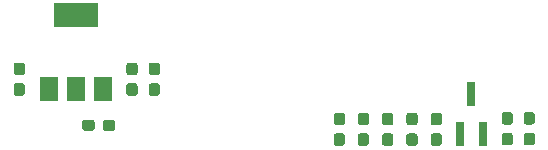
<source format=gbr>
G04 #@! TF.GenerationSoftware,KiCad,Pcbnew,(5.1.4)-1*
G04 #@! TF.CreationDate,2019-11-26T18:47:21+08:00*
G04 #@! TF.ProjectId,TFT8K3548FPC-A1-E-DIP,54465438-4b33-4353-9438-4650432d4131,rev?*
G04 #@! TF.SameCoordinates,Original*
G04 #@! TF.FileFunction,Paste,Bot*
G04 #@! TF.FilePolarity,Positive*
%FSLAX46Y46*%
G04 Gerber Fmt 4.6, Leading zero omitted, Abs format (unit mm)*
G04 Created by KiCad (PCBNEW (5.1.4)-1) date 2019-11-26 18:47:21*
%MOMM*%
%LPD*%
G04 APERTURE LIST*
%ADD10C,0.100000*%
%ADD11C,0.950000*%
%ADD12R,0.650000X2.000000*%
%ADD13R,3.800000X2.000000*%
%ADD14R,1.500000X2.000000*%
G04 APERTURE END LIST*
D10*
G36*
X110585779Y-89366144D02*
G01*
X110608834Y-89369563D01*
X110631443Y-89375227D01*
X110653387Y-89383079D01*
X110674457Y-89393044D01*
X110694448Y-89405026D01*
X110713168Y-89418910D01*
X110730438Y-89434562D01*
X110746090Y-89451832D01*
X110759974Y-89470552D01*
X110771956Y-89490543D01*
X110781921Y-89511613D01*
X110789773Y-89533557D01*
X110795437Y-89556166D01*
X110798856Y-89579221D01*
X110800000Y-89602500D01*
X110800000Y-90077500D01*
X110798856Y-90100779D01*
X110795437Y-90123834D01*
X110789773Y-90146443D01*
X110781921Y-90168387D01*
X110771956Y-90189457D01*
X110759974Y-90209448D01*
X110746090Y-90228168D01*
X110730438Y-90245438D01*
X110713168Y-90261090D01*
X110694448Y-90274974D01*
X110674457Y-90286956D01*
X110653387Y-90296921D01*
X110631443Y-90304773D01*
X110608834Y-90310437D01*
X110585779Y-90313856D01*
X110562500Y-90315000D01*
X109987500Y-90315000D01*
X109964221Y-90313856D01*
X109941166Y-90310437D01*
X109918557Y-90304773D01*
X109896613Y-90296921D01*
X109875543Y-90286956D01*
X109855552Y-90274974D01*
X109836832Y-90261090D01*
X109819562Y-90245438D01*
X109803910Y-90228168D01*
X109790026Y-90209448D01*
X109778044Y-90189457D01*
X109768079Y-90168387D01*
X109760227Y-90146443D01*
X109754563Y-90123834D01*
X109751144Y-90100779D01*
X109750000Y-90077500D01*
X109750000Y-89602500D01*
X109751144Y-89579221D01*
X109754563Y-89556166D01*
X109760227Y-89533557D01*
X109768079Y-89511613D01*
X109778044Y-89490543D01*
X109790026Y-89470552D01*
X109803910Y-89451832D01*
X109819562Y-89434562D01*
X109836832Y-89418910D01*
X109855552Y-89405026D01*
X109875543Y-89393044D01*
X109896613Y-89383079D01*
X109918557Y-89375227D01*
X109941166Y-89369563D01*
X109964221Y-89366144D01*
X109987500Y-89365000D01*
X110562500Y-89365000D01*
X110585779Y-89366144D01*
X110585779Y-89366144D01*
G37*
D11*
X110275000Y-89840000D03*
D10*
G36*
X108835779Y-89366144D02*
G01*
X108858834Y-89369563D01*
X108881443Y-89375227D01*
X108903387Y-89383079D01*
X108924457Y-89393044D01*
X108944448Y-89405026D01*
X108963168Y-89418910D01*
X108980438Y-89434562D01*
X108996090Y-89451832D01*
X109009974Y-89470552D01*
X109021956Y-89490543D01*
X109031921Y-89511613D01*
X109039773Y-89533557D01*
X109045437Y-89556166D01*
X109048856Y-89579221D01*
X109050000Y-89602500D01*
X109050000Y-90077500D01*
X109048856Y-90100779D01*
X109045437Y-90123834D01*
X109039773Y-90146443D01*
X109031921Y-90168387D01*
X109021956Y-90189457D01*
X109009974Y-90209448D01*
X108996090Y-90228168D01*
X108980438Y-90245438D01*
X108963168Y-90261090D01*
X108944448Y-90274974D01*
X108924457Y-90286956D01*
X108903387Y-90296921D01*
X108881443Y-90304773D01*
X108858834Y-90310437D01*
X108835779Y-90313856D01*
X108812500Y-90315000D01*
X108237500Y-90315000D01*
X108214221Y-90313856D01*
X108191166Y-90310437D01*
X108168557Y-90304773D01*
X108146613Y-90296921D01*
X108125543Y-90286956D01*
X108105552Y-90274974D01*
X108086832Y-90261090D01*
X108069562Y-90245438D01*
X108053910Y-90228168D01*
X108040026Y-90209448D01*
X108028044Y-90189457D01*
X108018079Y-90168387D01*
X108010227Y-90146443D01*
X108004563Y-90123834D01*
X108001144Y-90100779D01*
X108000000Y-90077500D01*
X108000000Y-89602500D01*
X108001144Y-89579221D01*
X108004563Y-89556166D01*
X108010227Y-89533557D01*
X108018079Y-89511613D01*
X108028044Y-89490543D01*
X108040026Y-89470552D01*
X108053910Y-89451832D01*
X108069562Y-89434562D01*
X108086832Y-89418910D01*
X108105552Y-89405026D01*
X108125543Y-89393044D01*
X108146613Y-89383079D01*
X108168557Y-89375227D01*
X108191166Y-89369563D01*
X108214221Y-89366144D01*
X108237500Y-89365000D01*
X108812500Y-89365000D01*
X108835779Y-89366144D01*
X108835779Y-89366144D01*
G37*
D11*
X108525000Y-89840000D03*
D10*
G36*
X102930779Y-86291144D02*
G01*
X102953834Y-86294563D01*
X102976443Y-86300227D01*
X102998387Y-86308079D01*
X103019457Y-86318044D01*
X103039448Y-86330026D01*
X103058168Y-86343910D01*
X103075438Y-86359562D01*
X103091090Y-86376832D01*
X103104974Y-86395552D01*
X103116956Y-86415543D01*
X103126921Y-86436613D01*
X103134773Y-86458557D01*
X103140437Y-86481166D01*
X103143856Y-86504221D01*
X103145000Y-86527500D01*
X103145000Y-87102500D01*
X103143856Y-87125779D01*
X103140437Y-87148834D01*
X103134773Y-87171443D01*
X103126921Y-87193387D01*
X103116956Y-87214457D01*
X103104974Y-87234448D01*
X103091090Y-87253168D01*
X103075438Y-87270438D01*
X103058168Y-87286090D01*
X103039448Y-87299974D01*
X103019457Y-87311956D01*
X102998387Y-87321921D01*
X102976443Y-87329773D01*
X102953834Y-87335437D01*
X102930779Y-87338856D01*
X102907500Y-87340000D01*
X102432500Y-87340000D01*
X102409221Y-87338856D01*
X102386166Y-87335437D01*
X102363557Y-87329773D01*
X102341613Y-87321921D01*
X102320543Y-87311956D01*
X102300552Y-87299974D01*
X102281832Y-87286090D01*
X102264562Y-87270438D01*
X102248910Y-87253168D01*
X102235026Y-87234448D01*
X102223044Y-87214457D01*
X102213079Y-87193387D01*
X102205227Y-87171443D01*
X102199563Y-87148834D01*
X102196144Y-87125779D01*
X102195000Y-87102500D01*
X102195000Y-86527500D01*
X102196144Y-86504221D01*
X102199563Y-86481166D01*
X102205227Y-86458557D01*
X102213079Y-86436613D01*
X102223044Y-86415543D01*
X102235026Y-86395552D01*
X102248910Y-86376832D01*
X102264562Y-86359562D01*
X102281832Y-86343910D01*
X102300552Y-86330026D01*
X102320543Y-86318044D01*
X102341613Y-86308079D01*
X102363557Y-86300227D01*
X102386166Y-86294563D01*
X102409221Y-86291144D01*
X102432500Y-86290000D01*
X102907500Y-86290000D01*
X102930779Y-86291144D01*
X102930779Y-86291144D01*
G37*
D11*
X102670000Y-86815000D03*
D10*
G36*
X102930779Y-84541144D02*
G01*
X102953834Y-84544563D01*
X102976443Y-84550227D01*
X102998387Y-84558079D01*
X103019457Y-84568044D01*
X103039448Y-84580026D01*
X103058168Y-84593910D01*
X103075438Y-84609562D01*
X103091090Y-84626832D01*
X103104974Y-84645552D01*
X103116956Y-84665543D01*
X103126921Y-84686613D01*
X103134773Y-84708557D01*
X103140437Y-84731166D01*
X103143856Y-84754221D01*
X103145000Y-84777500D01*
X103145000Y-85352500D01*
X103143856Y-85375779D01*
X103140437Y-85398834D01*
X103134773Y-85421443D01*
X103126921Y-85443387D01*
X103116956Y-85464457D01*
X103104974Y-85484448D01*
X103091090Y-85503168D01*
X103075438Y-85520438D01*
X103058168Y-85536090D01*
X103039448Y-85549974D01*
X103019457Y-85561956D01*
X102998387Y-85571921D01*
X102976443Y-85579773D01*
X102953834Y-85585437D01*
X102930779Y-85588856D01*
X102907500Y-85590000D01*
X102432500Y-85590000D01*
X102409221Y-85588856D01*
X102386166Y-85585437D01*
X102363557Y-85579773D01*
X102341613Y-85571921D01*
X102320543Y-85561956D01*
X102300552Y-85549974D01*
X102281832Y-85536090D01*
X102264562Y-85520438D01*
X102248910Y-85503168D01*
X102235026Y-85484448D01*
X102223044Y-85464457D01*
X102213079Y-85443387D01*
X102205227Y-85421443D01*
X102199563Y-85398834D01*
X102196144Y-85375779D01*
X102195000Y-85352500D01*
X102195000Y-84777500D01*
X102196144Y-84754221D01*
X102199563Y-84731166D01*
X102205227Y-84708557D01*
X102213079Y-84686613D01*
X102223044Y-84665543D01*
X102235026Y-84645552D01*
X102248910Y-84626832D01*
X102264562Y-84609562D01*
X102281832Y-84593910D01*
X102300552Y-84580026D01*
X102320543Y-84568044D01*
X102341613Y-84558079D01*
X102363557Y-84550227D01*
X102386166Y-84544563D01*
X102409221Y-84541144D01*
X102432500Y-84540000D01*
X102907500Y-84540000D01*
X102930779Y-84541144D01*
X102930779Y-84541144D01*
G37*
D11*
X102670000Y-85065000D03*
D10*
G36*
X146110779Y-90481144D02*
G01*
X146133834Y-90484563D01*
X146156443Y-90490227D01*
X146178387Y-90498079D01*
X146199457Y-90508044D01*
X146219448Y-90520026D01*
X146238168Y-90533910D01*
X146255438Y-90549562D01*
X146271090Y-90566832D01*
X146284974Y-90585552D01*
X146296956Y-90605543D01*
X146306921Y-90626613D01*
X146314773Y-90648557D01*
X146320437Y-90671166D01*
X146323856Y-90694221D01*
X146325000Y-90717500D01*
X146325000Y-91292500D01*
X146323856Y-91315779D01*
X146320437Y-91338834D01*
X146314773Y-91361443D01*
X146306921Y-91383387D01*
X146296956Y-91404457D01*
X146284974Y-91424448D01*
X146271090Y-91443168D01*
X146255438Y-91460438D01*
X146238168Y-91476090D01*
X146219448Y-91489974D01*
X146199457Y-91501956D01*
X146178387Y-91511921D01*
X146156443Y-91519773D01*
X146133834Y-91525437D01*
X146110779Y-91528856D01*
X146087500Y-91530000D01*
X145612500Y-91530000D01*
X145589221Y-91528856D01*
X145566166Y-91525437D01*
X145543557Y-91519773D01*
X145521613Y-91511921D01*
X145500543Y-91501956D01*
X145480552Y-91489974D01*
X145461832Y-91476090D01*
X145444562Y-91460438D01*
X145428910Y-91443168D01*
X145415026Y-91424448D01*
X145403044Y-91404457D01*
X145393079Y-91383387D01*
X145385227Y-91361443D01*
X145379563Y-91338834D01*
X145376144Y-91315779D01*
X145375000Y-91292500D01*
X145375000Y-90717500D01*
X145376144Y-90694221D01*
X145379563Y-90671166D01*
X145385227Y-90648557D01*
X145393079Y-90626613D01*
X145403044Y-90605543D01*
X145415026Y-90585552D01*
X145428910Y-90566832D01*
X145444562Y-90549562D01*
X145461832Y-90533910D01*
X145480552Y-90520026D01*
X145500543Y-90508044D01*
X145521613Y-90498079D01*
X145543557Y-90490227D01*
X145566166Y-90484563D01*
X145589221Y-90481144D01*
X145612500Y-90480000D01*
X146087500Y-90480000D01*
X146110779Y-90481144D01*
X146110779Y-90481144D01*
G37*
D11*
X145850000Y-91005000D03*
D10*
G36*
X146110779Y-88731144D02*
G01*
X146133834Y-88734563D01*
X146156443Y-88740227D01*
X146178387Y-88748079D01*
X146199457Y-88758044D01*
X146219448Y-88770026D01*
X146238168Y-88783910D01*
X146255438Y-88799562D01*
X146271090Y-88816832D01*
X146284974Y-88835552D01*
X146296956Y-88855543D01*
X146306921Y-88876613D01*
X146314773Y-88898557D01*
X146320437Y-88921166D01*
X146323856Y-88944221D01*
X146325000Y-88967500D01*
X146325000Y-89542500D01*
X146323856Y-89565779D01*
X146320437Y-89588834D01*
X146314773Y-89611443D01*
X146306921Y-89633387D01*
X146296956Y-89654457D01*
X146284974Y-89674448D01*
X146271090Y-89693168D01*
X146255438Y-89710438D01*
X146238168Y-89726090D01*
X146219448Y-89739974D01*
X146199457Y-89751956D01*
X146178387Y-89761921D01*
X146156443Y-89769773D01*
X146133834Y-89775437D01*
X146110779Y-89778856D01*
X146087500Y-89780000D01*
X145612500Y-89780000D01*
X145589221Y-89778856D01*
X145566166Y-89775437D01*
X145543557Y-89769773D01*
X145521613Y-89761921D01*
X145500543Y-89751956D01*
X145480552Y-89739974D01*
X145461832Y-89726090D01*
X145444562Y-89710438D01*
X145428910Y-89693168D01*
X145415026Y-89674448D01*
X145403044Y-89654457D01*
X145393079Y-89633387D01*
X145385227Y-89611443D01*
X145379563Y-89588834D01*
X145376144Y-89565779D01*
X145375000Y-89542500D01*
X145375000Y-88967500D01*
X145376144Y-88944221D01*
X145379563Y-88921166D01*
X145385227Y-88898557D01*
X145393079Y-88876613D01*
X145403044Y-88855543D01*
X145415026Y-88835552D01*
X145428910Y-88816832D01*
X145444562Y-88799562D01*
X145461832Y-88783910D01*
X145480552Y-88770026D01*
X145500543Y-88758044D01*
X145521613Y-88748079D01*
X145543557Y-88740227D01*
X145566166Y-88734563D01*
X145589221Y-88731144D01*
X145612500Y-88730000D01*
X146087500Y-88730000D01*
X146110779Y-88731144D01*
X146110779Y-88731144D01*
G37*
D11*
X145850000Y-89255000D03*
D10*
G36*
X112470779Y-84546144D02*
G01*
X112493834Y-84549563D01*
X112516443Y-84555227D01*
X112538387Y-84563079D01*
X112559457Y-84573044D01*
X112579448Y-84585026D01*
X112598168Y-84598910D01*
X112615438Y-84614562D01*
X112631090Y-84631832D01*
X112644974Y-84650552D01*
X112656956Y-84670543D01*
X112666921Y-84691613D01*
X112674773Y-84713557D01*
X112680437Y-84736166D01*
X112683856Y-84759221D01*
X112685000Y-84782500D01*
X112685000Y-85357500D01*
X112683856Y-85380779D01*
X112680437Y-85403834D01*
X112674773Y-85426443D01*
X112666921Y-85448387D01*
X112656956Y-85469457D01*
X112644974Y-85489448D01*
X112631090Y-85508168D01*
X112615438Y-85525438D01*
X112598168Y-85541090D01*
X112579448Y-85554974D01*
X112559457Y-85566956D01*
X112538387Y-85576921D01*
X112516443Y-85584773D01*
X112493834Y-85590437D01*
X112470779Y-85593856D01*
X112447500Y-85595000D01*
X111972500Y-85595000D01*
X111949221Y-85593856D01*
X111926166Y-85590437D01*
X111903557Y-85584773D01*
X111881613Y-85576921D01*
X111860543Y-85566956D01*
X111840552Y-85554974D01*
X111821832Y-85541090D01*
X111804562Y-85525438D01*
X111788910Y-85508168D01*
X111775026Y-85489448D01*
X111763044Y-85469457D01*
X111753079Y-85448387D01*
X111745227Y-85426443D01*
X111739563Y-85403834D01*
X111736144Y-85380779D01*
X111735000Y-85357500D01*
X111735000Y-84782500D01*
X111736144Y-84759221D01*
X111739563Y-84736166D01*
X111745227Y-84713557D01*
X111753079Y-84691613D01*
X111763044Y-84670543D01*
X111775026Y-84650552D01*
X111788910Y-84631832D01*
X111804562Y-84614562D01*
X111821832Y-84598910D01*
X111840552Y-84585026D01*
X111860543Y-84573044D01*
X111881613Y-84563079D01*
X111903557Y-84555227D01*
X111926166Y-84549563D01*
X111949221Y-84546144D01*
X111972500Y-84545000D01*
X112447500Y-84545000D01*
X112470779Y-84546144D01*
X112470779Y-84546144D01*
G37*
D11*
X112210000Y-85070000D03*
D10*
G36*
X112470779Y-86296144D02*
G01*
X112493834Y-86299563D01*
X112516443Y-86305227D01*
X112538387Y-86313079D01*
X112559457Y-86323044D01*
X112579448Y-86335026D01*
X112598168Y-86348910D01*
X112615438Y-86364562D01*
X112631090Y-86381832D01*
X112644974Y-86400552D01*
X112656956Y-86420543D01*
X112666921Y-86441613D01*
X112674773Y-86463557D01*
X112680437Y-86486166D01*
X112683856Y-86509221D01*
X112685000Y-86532500D01*
X112685000Y-87107500D01*
X112683856Y-87130779D01*
X112680437Y-87153834D01*
X112674773Y-87176443D01*
X112666921Y-87198387D01*
X112656956Y-87219457D01*
X112644974Y-87239448D01*
X112631090Y-87258168D01*
X112615438Y-87275438D01*
X112598168Y-87291090D01*
X112579448Y-87304974D01*
X112559457Y-87316956D01*
X112538387Y-87326921D01*
X112516443Y-87334773D01*
X112493834Y-87340437D01*
X112470779Y-87343856D01*
X112447500Y-87345000D01*
X111972500Y-87345000D01*
X111949221Y-87343856D01*
X111926166Y-87340437D01*
X111903557Y-87334773D01*
X111881613Y-87326921D01*
X111860543Y-87316956D01*
X111840552Y-87304974D01*
X111821832Y-87291090D01*
X111804562Y-87275438D01*
X111788910Y-87258168D01*
X111775026Y-87239448D01*
X111763044Y-87219457D01*
X111753079Y-87198387D01*
X111745227Y-87176443D01*
X111739563Y-87153834D01*
X111736144Y-87130779D01*
X111735000Y-87107500D01*
X111735000Y-86532500D01*
X111736144Y-86509221D01*
X111739563Y-86486166D01*
X111745227Y-86463557D01*
X111753079Y-86441613D01*
X111763044Y-86420543D01*
X111775026Y-86400552D01*
X111788910Y-86381832D01*
X111804562Y-86364562D01*
X111821832Y-86348910D01*
X111840552Y-86335026D01*
X111860543Y-86323044D01*
X111881613Y-86313079D01*
X111903557Y-86305227D01*
X111926166Y-86299563D01*
X111949221Y-86296144D01*
X111972500Y-86295000D01*
X112447500Y-86295000D01*
X112470779Y-86296144D01*
X112470779Y-86296144D01*
G37*
D11*
X112210000Y-86820000D03*
D10*
G36*
X130030779Y-90526144D02*
G01*
X130053834Y-90529563D01*
X130076443Y-90535227D01*
X130098387Y-90543079D01*
X130119457Y-90553044D01*
X130139448Y-90565026D01*
X130158168Y-90578910D01*
X130175438Y-90594562D01*
X130191090Y-90611832D01*
X130204974Y-90630552D01*
X130216956Y-90650543D01*
X130226921Y-90671613D01*
X130234773Y-90693557D01*
X130240437Y-90716166D01*
X130243856Y-90739221D01*
X130245000Y-90762500D01*
X130245000Y-91337500D01*
X130243856Y-91360779D01*
X130240437Y-91383834D01*
X130234773Y-91406443D01*
X130226921Y-91428387D01*
X130216956Y-91449457D01*
X130204974Y-91469448D01*
X130191090Y-91488168D01*
X130175438Y-91505438D01*
X130158168Y-91521090D01*
X130139448Y-91534974D01*
X130119457Y-91546956D01*
X130098387Y-91556921D01*
X130076443Y-91564773D01*
X130053834Y-91570437D01*
X130030779Y-91573856D01*
X130007500Y-91575000D01*
X129532500Y-91575000D01*
X129509221Y-91573856D01*
X129486166Y-91570437D01*
X129463557Y-91564773D01*
X129441613Y-91556921D01*
X129420543Y-91546956D01*
X129400552Y-91534974D01*
X129381832Y-91521090D01*
X129364562Y-91505438D01*
X129348910Y-91488168D01*
X129335026Y-91469448D01*
X129323044Y-91449457D01*
X129313079Y-91428387D01*
X129305227Y-91406443D01*
X129299563Y-91383834D01*
X129296144Y-91360779D01*
X129295000Y-91337500D01*
X129295000Y-90762500D01*
X129296144Y-90739221D01*
X129299563Y-90716166D01*
X129305227Y-90693557D01*
X129313079Y-90671613D01*
X129323044Y-90650543D01*
X129335026Y-90630552D01*
X129348910Y-90611832D01*
X129364562Y-90594562D01*
X129381832Y-90578910D01*
X129400552Y-90565026D01*
X129420543Y-90553044D01*
X129441613Y-90543079D01*
X129463557Y-90535227D01*
X129486166Y-90529563D01*
X129509221Y-90526144D01*
X129532500Y-90525000D01*
X130007500Y-90525000D01*
X130030779Y-90526144D01*
X130030779Y-90526144D01*
G37*
D11*
X129770000Y-91050000D03*
D10*
G36*
X130030779Y-88776144D02*
G01*
X130053834Y-88779563D01*
X130076443Y-88785227D01*
X130098387Y-88793079D01*
X130119457Y-88803044D01*
X130139448Y-88815026D01*
X130158168Y-88828910D01*
X130175438Y-88844562D01*
X130191090Y-88861832D01*
X130204974Y-88880552D01*
X130216956Y-88900543D01*
X130226921Y-88921613D01*
X130234773Y-88943557D01*
X130240437Y-88966166D01*
X130243856Y-88989221D01*
X130245000Y-89012500D01*
X130245000Y-89587500D01*
X130243856Y-89610779D01*
X130240437Y-89633834D01*
X130234773Y-89656443D01*
X130226921Y-89678387D01*
X130216956Y-89699457D01*
X130204974Y-89719448D01*
X130191090Y-89738168D01*
X130175438Y-89755438D01*
X130158168Y-89771090D01*
X130139448Y-89784974D01*
X130119457Y-89796956D01*
X130098387Y-89806921D01*
X130076443Y-89814773D01*
X130053834Y-89820437D01*
X130030779Y-89823856D01*
X130007500Y-89825000D01*
X129532500Y-89825000D01*
X129509221Y-89823856D01*
X129486166Y-89820437D01*
X129463557Y-89814773D01*
X129441613Y-89806921D01*
X129420543Y-89796956D01*
X129400552Y-89784974D01*
X129381832Y-89771090D01*
X129364562Y-89755438D01*
X129348910Y-89738168D01*
X129335026Y-89719448D01*
X129323044Y-89699457D01*
X129313079Y-89678387D01*
X129305227Y-89656443D01*
X129299563Y-89633834D01*
X129296144Y-89610779D01*
X129295000Y-89587500D01*
X129295000Y-89012500D01*
X129296144Y-88989221D01*
X129299563Y-88966166D01*
X129305227Y-88943557D01*
X129313079Y-88921613D01*
X129323044Y-88900543D01*
X129335026Y-88880552D01*
X129348910Y-88861832D01*
X129364562Y-88844562D01*
X129381832Y-88828910D01*
X129400552Y-88815026D01*
X129420543Y-88803044D01*
X129441613Y-88793079D01*
X129463557Y-88785227D01*
X129486166Y-88779563D01*
X129509221Y-88776144D01*
X129532500Y-88775000D01*
X130007500Y-88775000D01*
X130030779Y-88776144D01*
X130030779Y-88776144D01*
G37*
D11*
X129770000Y-89300000D03*
D12*
X141900000Y-90580000D03*
X140000000Y-90580000D03*
X140950000Y-87160000D03*
D10*
G36*
X134130779Y-88786144D02*
G01*
X134153834Y-88789563D01*
X134176443Y-88795227D01*
X134198387Y-88803079D01*
X134219457Y-88813044D01*
X134239448Y-88825026D01*
X134258168Y-88838910D01*
X134275438Y-88854562D01*
X134291090Y-88871832D01*
X134304974Y-88890552D01*
X134316956Y-88910543D01*
X134326921Y-88931613D01*
X134334773Y-88953557D01*
X134340437Y-88976166D01*
X134343856Y-88999221D01*
X134345000Y-89022500D01*
X134345000Y-89597500D01*
X134343856Y-89620779D01*
X134340437Y-89643834D01*
X134334773Y-89666443D01*
X134326921Y-89688387D01*
X134316956Y-89709457D01*
X134304974Y-89729448D01*
X134291090Y-89748168D01*
X134275438Y-89765438D01*
X134258168Y-89781090D01*
X134239448Y-89794974D01*
X134219457Y-89806956D01*
X134198387Y-89816921D01*
X134176443Y-89824773D01*
X134153834Y-89830437D01*
X134130779Y-89833856D01*
X134107500Y-89835000D01*
X133632500Y-89835000D01*
X133609221Y-89833856D01*
X133586166Y-89830437D01*
X133563557Y-89824773D01*
X133541613Y-89816921D01*
X133520543Y-89806956D01*
X133500552Y-89794974D01*
X133481832Y-89781090D01*
X133464562Y-89765438D01*
X133448910Y-89748168D01*
X133435026Y-89729448D01*
X133423044Y-89709457D01*
X133413079Y-89688387D01*
X133405227Y-89666443D01*
X133399563Y-89643834D01*
X133396144Y-89620779D01*
X133395000Y-89597500D01*
X133395000Y-89022500D01*
X133396144Y-88999221D01*
X133399563Y-88976166D01*
X133405227Y-88953557D01*
X133413079Y-88931613D01*
X133423044Y-88910543D01*
X133435026Y-88890552D01*
X133448910Y-88871832D01*
X133464562Y-88854562D01*
X133481832Y-88838910D01*
X133500552Y-88825026D01*
X133520543Y-88813044D01*
X133541613Y-88803079D01*
X133563557Y-88795227D01*
X133586166Y-88789563D01*
X133609221Y-88786144D01*
X133632500Y-88785000D01*
X134107500Y-88785000D01*
X134130779Y-88786144D01*
X134130779Y-88786144D01*
G37*
D11*
X133870000Y-89310000D03*
D10*
G36*
X134130779Y-90536144D02*
G01*
X134153834Y-90539563D01*
X134176443Y-90545227D01*
X134198387Y-90553079D01*
X134219457Y-90563044D01*
X134239448Y-90575026D01*
X134258168Y-90588910D01*
X134275438Y-90604562D01*
X134291090Y-90621832D01*
X134304974Y-90640552D01*
X134316956Y-90660543D01*
X134326921Y-90681613D01*
X134334773Y-90703557D01*
X134340437Y-90726166D01*
X134343856Y-90749221D01*
X134345000Y-90772500D01*
X134345000Y-91347500D01*
X134343856Y-91370779D01*
X134340437Y-91393834D01*
X134334773Y-91416443D01*
X134326921Y-91438387D01*
X134316956Y-91459457D01*
X134304974Y-91479448D01*
X134291090Y-91498168D01*
X134275438Y-91515438D01*
X134258168Y-91531090D01*
X134239448Y-91544974D01*
X134219457Y-91556956D01*
X134198387Y-91566921D01*
X134176443Y-91574773D01*
X134153834Y-91580437D01*
X134130779Y-91583856D01*
X134107500Y-91585000D01*
X133632500Y-91585000D01*
X133609221Y-91583856D01*
X133586166Y-91580437D01*
X133563557Y-91574773D01*
X133541613Y-91566921D01*
X133520543Y-91556956D01*
X133500552Y-91544974D01*
X133481832Y-91531090D01*
X133464562Y-91515438D01*
X133448910Y-91498168D01*
X133435026Y-91479448D01*
X133423044Y-91459457D01*
X133413079Y-91438387D01*
X133405227Y-91416443D01*
X133399563Y-91393834D01*
X133396144Y-91370779D01*
X133395000Y-91347500D01*
X133395000Y-90772500D01*
X133396144Y-90749221D01*
X133399563Y-90726166D01*
X133405227Y-90703557D01*
X133413079Y-90681613D01*
X133423044Y-90660543D01*
X133435026Y-90640552D01*
X133448910Y-90621832D01*
X133464562Y-90604562D01*
X133481832Y-90588910D01*
X133500552Y-90575026D01*
X133520543Y-90563044D01*
X133541613Y-90553079D01*
X133563557Y-90545227D01*
X133586166Y-90539563D01*
X133609221Y-90536144D01*
X133632500Y-90535000D01*
X134107500Y-90535000D01*
X134130779Y-90536144D01*
X134130779Y-90536144D01*
G37*
D11*
X133870000Y-91060000D03*
D10*
G36*
X136180779Y-90536144D02*
G01*
X136203834Y-90539563D01*
X136226443Y-90545227D01*
X136248387Y-90553079D01*
X136269457Y-90563044D01*
X136289448Y-90575026D01*
X136308168Y-90588910D01*
X136325438Y-90604562D01*
X136341090Y-90621832D01*
X136354974Y-90640552D01*
X136366956Y-90660543D01*
X136376921Y-90681613D01*
X136384773Y-90703557D01*
X136390437Y-90726166D01*
X136393856Y-90749221D01*
X136395000Y-90772500D01*
X136395000Y-91347500D01*
X136393856Y-91370779D01*
X136390437Y-91393834D01*
X136384773Y-91416443D01*
X136376921Y-91438387D01*
X136366956Y-91459457D01*
X136354974Y-91479448D01*
X136341090Y-91498168D01*
X136325438Y-91515438D01*
X136308168Y-91531090D01*
X136289448Y-91544974D01*
X136269457Y-91556956D01*
X136248387Y-91566921D01*
X136226443Y-91574773D01*
X136203834Y-91580437D01*
X136180779Y-91583856D01*
X136157500Y-91585000D01*
X135682500Y-91585000D01*
X135659221Y-91583856D01*
X135636166Y-91580437D01*
X135613557Y-91574773D01*
X135591613Y-91566921D01*
X135570543Y-91556956D01*
X135550552Y-91544974D01*
X135531832Y-91531090D01*
X135514562Y-91515438D01*
X135498910Y-91498168D01*
X135485026Y-91479448D01*
X135473044Y-91459457D01*
X135463079Y-91438387D01*
X135455227Y-91416443D01*
X135449563Y-91393834D01*
X135446144Y-91370779D01*
X135445000Y-91347500D01*
X135445000Y-90772500D01*
X135446144Y-90749221D01*
X135449563Y-90726166D01*
X135455227Y-90703557D01*
X135463079Y-90681613D01*
X135473044Y-90660543D01*
X135485026Y-90640552D01*
X135498910Y-90621832D01*
X135514562Y-90604562D01*
X135531832Y-90588910D01*
X135550552Y-90575026D01*
X135570543Y-90563044D01*
X135591613Y-90553079D01*
X135613557Y-90545227D01*
X135636166Y-90539563D01*
X135659221Y-90536144D01*
X135682500Y-90535000D01*
X136157500Y-90535000D01*
X136180779Y-90536144D01*
X136180779Y-90536144D01*
G37*
D11*
X135920000Y-91060000D03*
D10*
G36*
X136180779Y-88786144D02*
G01*
X136203834Y-88789563D01*
X136226443Y-88795227D01*
X136248387Y-88803079D01*
X136269457Y-88813044D01*
X136289448Y-88825026D01*
X136308168Y-88838910D01*
X136325438Y-88854562D01*
X136341090Y-88871832D01*
X136354974Y-88890552D01*
X136366956Y-88910543D01*
X136376921Y-88931613D01*
X136384773Y-88953557D01*
X136390437Y-88976166D01*
X136393856Y-88999221D01*
X136395000Y-89022500D01*
X136395000Y-89597500D01*
X136393856Y-89620779D01*
X136390437Y-89643834D01*
X136384773Y-89666443D01*
X136376921Y-89688387D01*
X136366956Y-89709457D01*
X136354974Y-89729448D01*
X136341090Y-89748168D01*
X136325438Y-89765438D01*
X136308168Y-89781090D01*
X136289448Y-89794974D01*
X136269457Y-89806956D01*
X136248387Y-89816921D01*
X136226443Y-89824773D01*
X136203834Y-89830437D01*
X136180779Y-89833856D01*
X136157500Y-89835000D01*
X135682500Y-89835000D01*
X135659221Y-89833856D01*
X135636166Y-89830437D01*
X135613557Y-89824773D01*
X135591613Y-89816921D01*
X135570543Y-89806956D01*
X135550552Y-89794974D01*
X135531832Y-89781090D01*
X135514562Y-89765438D01*
X135498910Y-89748168D01*
X135485026Y-89729448D01*
X135473044Y-89709457D01*
X135463079Y-89688387D01*
X135455227Y-89666443D01*
X135449563Y-89643834D01*
X135446144Y-89620779D01*
X135445000Y-89597500D01*
X135445000Y-89022500D01*
X135446144Y-88999221D01*
X135449563Y-88976166D01*
X135455227Y-88953557D01*
X135463079Y-88931613D01*
X135473044Y-88910543D01*
X135485026Y-88890552D01*
X135498910Y-88871832D01*
X135514562Y-88854562D01*
X135531832Y-88838910D01*
X135550552Y-88825026D01*
X135570543Y-88813044D01*
X135591613Y-88803079D01*
X135613557Y-88795227D01*
X135636166Y-88789563D01*
X135659221Y-88786144D01*
X135682500Y-88785000D01*
X136157500Y-88785000D01*
X136180779Y-88786144D01*
X136180779Y-88786144D01*
G37*
D11*
X135920000Y-89310000D03*
D10*
G36*
X132060779Y-88776144D02*
G01*
X132083834Y-88779563D01*
X132106443Y-88785227D01*
X132128387Y-88793079D01*
X132149457Y-88803044D01*
X132169448Y-88815026D01*
X132188168Y-88828910D01*
X132205438Y-88844562D01*
X132221090Y-88861832D01*
X132234974Y-88880552D01*
X132246956Y-88900543D01*
X132256921Y-88921613D01*
X132264773Y-88943557D01*
X132270437Y-88966166D01*
X132273856Y-88989221D01*
X132275000Y-89012500D01*
X132275000Y-89587500D01*
X132273856Y-89610779D01*
X132270437Y-89633834D01*
X132264773Y-89656443D01*
X132256921Y-89678387D01*
X132246956Y-89699457D01*
X132234974Y-89719448D01*
X132221090Y-89738168D01*
X132205438Y-89755438D01*
X132188168Y-89771090D01*
X132169448Y-89784974D01*
X132149457Y-89796956D01*
X132128387Y-89806921D01*
X132106443Y-89814773D01*
X132083834Y-89820437D01*
X132060779Y-89823856D01*
X132037500Y-89825000D01*
X131562500Y-89825000D01*
X131539221Y-89823856D01*
X131516166Y-89820437D01*
X131493557Y-89814773D01*
X131471613Y-89806921D01*
X131450543Y-89796956D01*
X131430552Y-89784974D01*
X131411832Y-89771090D01*
X131394562Y-89755438D01*
X131378910Y-89738168D01*
X131365026Y-89719448D01*
X131353044Y-89699457D01*
X131343079Y-89678387D01*
X131335227Y-89656443D01*
X131329563Y-89633834D01*
X131326144Y-89610779D01*
X131325000Y-89587500D01*
X131325000Y-89012500D01*
X131326144Y-88989221D01*
X131329563Y-88966166D01*
X131335227Y-88943557D01*
X131343079Y-88921613D01*
X131353044Y-88900543D01*
X131365026Y-88880552D01*
X131378910Y-88861832D01*
X131394562Y-88844562D01*
X131411832Y-88828910D01*
X131430552Y-88815026D01*
X131450543Y-88803044D01*
X131471613Y-88793079D01*
X131493557Y-88785227D01*
X131516166Y-88779563D01*
X131539221Y-88776144D01*
X131562500Y-88775000D01*
X132037500Y-88775000D01*
X132060779Y-88776144D01*
X132060779Y-88776144D01*
G37*
D11*
X131800000Y-89300000D03*
D10*
G36*
X132060779Y-90526144D02*
G01*
X132083834Y-90529563D01*
X132106443Y-90535227D01*
X132128387Y-90543079D01*
X132149457Y-90553044D01*
X132169448Y-90565026D01*
X132188168Y-90578910D01*
X132205438Y-90594562D01*
X132221090Y-90611832D01*
X132234974Y-90630552D01*
X132246956Y-90650543D01*
X132256921Y-90671613D01*
X132264773Y-90693557D01*
X132270437Y-90716166D01*
X132273856Y-90739221D01*
X132275000Y-90762500D01*
X132275000Y-91337500D01*
X132273856Y-91360779D01*
X132270437Y-91383834D01*
X132264773Y-91406443D01*
X132256921Y-91428387D01*
X132246956Y-91449457D01*
X132234974Y-91469448D01*
X132221090Y-91488168D01*
X132205438Y-91505438D01*
X132188168Y-91521090D01*
X132169448Y-91534974D01*
X132149457Y-91546956D01*
X132128387Y-91556921D01*
X132106443Y-91564773D01*
X132083834Y-91570437D01*
X132060779Y-91573856D01*
X132037500Y-91575000D01*
X131562500Y-91575000D01*
X131539221Y-91573856D01*
X131516166Y-91570437D01*
X131493557Y-91564773D01*
X131471613Y-91556921D01*
X131450543Y-91546956D01*
X131430552Y-91534974D01*
X131411832Y-91521090D01*
X131394562Y-91505438D01*
X131378910Y-91488168D01*
X131365026Y-91469448D01*
X131353044Y-91449457D01*
X131343079Y-91428387D01*
X131335227Y-91406443D01*
X131329563Y-91383834D01*
X131326144Y-91360779D01*
X131325000Y-91337500D01*
X131325000Y-90762500D01*
X131326144Y-90739221D01*
X131329563Y-90716166D01*
X131335227Y-90693557D01*
X131343079Y-90671613D01*
X131353044Y-90650543D01*
X131365026Y-90630552D01*
X131378910Y-90611832D01*
X131394562Y-90594562D01*
X131411832Y-90578910D01*
X131430552Y-90565026D01*
X131450543Y-90553044D01*
X131471613Y-90543079D01*
X131493557Y-90535227D01*
X131516166Y-90529563D01*
X131539221Y-90526144D01*
X131562500Y-90525000D01*
X132037500Y-90525000D01*
X132060779Y-90526144D01*
X132060779Y-90526144D01*
G37*
D11*
X131800000Y-91050000D03*
D10*
G36*
X114360779Y-86296144D02*
G01*
X114383834Y-86299563D01*
X114406443Y-86305227D01*
X114428387Y-86313079D01*
X114449457Y-86323044D01*
X114469448Y-86335026D01*
X114488168Y-86348910D01*
X114505438Y-86364562D01*
X114521090Y-86381832D01*
X114534974Y-86400552D01*
X114546956Y-86420543D01*
X114556921Y-86441613D01*
X114564773Y-86463557D01*
X114570437Y-86486166D01*
X114573856Y-86509221D01*
X114575000Y-86532500D01*
X114575000Y-87107500D01*
X114573856Y-87130779D01*
X114570437Y-87153834D01*
X114564773Y-87176443D01*
X114556921Y-87198387D01*
X114546956Y-87219457D01*
X114534974Y-87239448D01*
X114521090Y-87258168D01*
X114505438Y-87275438D01*
X114488168Y-87291090D01*
X114469448Y-87304974D01*
X114449457Y-87316956D01*
X114428387Y-87326921D01*
X114406443Y-87334773D01*
X114383834Y-87340437D01*
X114360779Y-87343856D01*
X114337500Y-87345000D01*
X113862500Y-87345000D01*
X113839221Y-87343856D01*
X113816166Y-87340437D01*
X113793557Y-87334773D01*
X113771613Y-87326921D01*
X113750543Y-87316956D01*
X113730552Y-87304974D01*
X113711832Y-87291090D01*
X113694562Y-87275438D01*
X113678910Y-87258168D01*
X113665026Y-87239448D01*
X113653044Y-87219457D01*
X113643079Y-87198387D01*
X113635227Y-87176443D01*
X113629563Y-87153834D01*
X113626144Y-87130779D01*
X113625000Y-87107500D01*
X113625000Y-86532500D01*
X113626144Y-86509221D01*
X113629563Y-86486166D01*
X113635227Y-86463557D01*
X113643079Y-86441613D01*
X113653044Y-86420543D01*
X113665026Y-86400552D01*
X113678910Y-86381832D01*
X113694562Y-86364562D01*
X113711832Y-86348910D01*
X113730552Y-86335026D01*
X113750543Y-86323044D01*
X113771613Y-86313079D01*
X113793557Y-86305227D01*
X113816166Y-86299563D01*
X113839221Y-86296144D01*
X113862500Y-86295000D01*
X114337500Y-86295000D01*
X114360779Y-86296144D01*
X114360779Y-86296144D01*
G37*
D11*
X114100000Y-86820000D03*
D10*
G36*
X114360779Y-84546144D02*
G01*
X114383834Y-84549563D01*
X114406443Y-84555227D01*
X114428387Y-84563079D01*
X114449457Y-84573044D01*
X114469448Y-84585026D01*
X114488168Y-84598910D01*
X114505438Y-84614562D01*
X114521090Y-84631832D01*
X114534974Y-84650552D01*
X114546956Y-84670543D01*
X114556921Y-84691613D01*
X114564773Y-84713557D01*
X114570437Y-84736166D01*
X114573856Y-84759221D01*
X114575000Y-84782500D01*
X114575000Y-85357500D01*
X114573856Y-85380779D01*
X114570437Y-85403834D01*
X114564773Y-85426443D01*
X114556921Y-85448387D01*
X114546956Y-85469457D01*
X114534974Y-85489448D01*
X114521090Y-85508168D01*
X114505438Y-85525438D01*
X114488168Y-85541090D01*
X114469448Y-85554974D01*
X114449457Y-85566956D01*
X114428387Y-85576921D01*
X114406443Y-85584773D01*
X114383834Y-85590437D01*
X114360779Y-85593856D01*
X114337500Y-85595000D01*
X113862500Y-85595000D01*
X113839221Y-85593856D01*
X113816166Y-85590437D01*
X113793557Y-85584773D01*
X113771613Y-85576921D01*
X113750543Y-85566956D01*
X113730552Y-85554974D01*
X113711832Y-85541090D01*
X113694562Y-85525438D01*
X113678910Y-85508168D01*
X113665026Y-85489448D01*
X113653044Y-85469457D01*
X113643079Y-85448387D01*
X113635227Y-85426443D01*
X113629563Y-85403834D01*
X113626144Y-85380779D01*
X113625000Y-85357500D01*
X113625000Y-84782500D01*
X113626144Y-84759221D01*
X113629563Y-84736166D01*
X113635227Y-84713557D01*
X113643079Y-84691613D01*
X113653044Y-84670543D01*
X113665026Y-84650552D01*
X113678910Y-84631832D01*
X113694562Y-84614562D01*
X113711832Y-84598910D01*
X113730552Y-84585026D01*
X113750543Y-84573044D01*
X113771613Y-84563079D01*
X113793557Y-84555227D01*
X113816166Y-84549563D01*
X113839221Y-84546144D01*
X113862500Y-84545000D01*
X114337500Y-84545000D01*
X114360779Y-84546144D01*
X114360779Y-84546144D01*
G37*
D11*
X114100000Y-85070000D03*
D10*
G36*
X138230779Y-88786144D02*
G01*
X138253834Y-88789563D01*
X138276443Y-88795227D01*
X138298387Y-88803079D01*
X138319457Y-88813044D01*
X138339448Y-88825026D01*
X138358168Y-88838910D01*
X138375438Y-88854562D01*
X138391090Y-88871832D01*
X138404974Y-88890552D01*
X138416956Y-88910543D01*
X138426921Y-88931613D01*
X138434773Y-88953557D01*
X138440437Y-88976166D01*
X138443856Y-88999221D01*
X138445000Y-89022500D01*
X138445000Y-89597500D01*
X138443856Y-89620779D01*
X138440437Y-89643834D01*
X138434773Y-89666443D01*
X138426921Y-89688387D01*
X138416956Y-89709457D01*
X138404974Y-89729448D01*
X138391090Y-89748168D01*
X138375438Y-89765438D01*
X138358168Y-89781090D01*
X138339448Y-89794974D01*
X138319457Y-89806956D01*
X138298387Y-89816921D01*
X138276443Y-89824773D01*
X138253834Y-89830437D01*
X138230779Y-89833856D01*
X138207500Y-89835000D01*
X137732500Y-89835000D01*
X137709221Y-89833856D01*
X137686166Y-89830437D01*
X137663557Y-89824773D01*
X137641613Y-89816921D01*
X137620543Y-89806956D01*
X137600552Y-89794974D01*
X137581832Y-89781090D01*
X137564562Y-89765438D01*
X137548910Y-89748168D01*
X137535026Y-89729448D01*
X137523044Y-89709457D01*
X137513079Y-89688387D01*
X137505227Y-89666443D01*
X137499563Y-89643834D01*
X137496144Y-89620779D01*
X137495000Y-89597500D01*
X137495000Y-89022500D01*
X137496144Y-88999221D01*
X137499563Y-88976166D01*
X137505227Y-88953557D01*
X137513079Y-88931613D01*
X137523044Y-88910543D01*
X137535026Y-88890552D01*
X137548910Y-88871832D01*
X137564562Y-88854562D01*
X137581832Y-88838910D01*
X137600552Y-88825026D01*
X137620543Y-88813044D01*
X137641613Y-88803079D01*
X137663557Y-88795227D01*
X137686166Y-88789563D01*
X137709221Y-88786144D01*
X137732500Y-88785000D01*
X138207500Y-88785000D01*
X138230779Y-88786144D01*
X138230779Y-88786144D01*
G37*
D11*
X137970000Y-89310000D03*
D10*
G36*
X138230779Y-90536144D02*
G01*
X138253834Y-90539563D01*
X138276443Y-90545227D01*
X138298387Y-90553079D01*
X138319457Y-90563044D01*
X138339448Y-90575026D01*
X138358168Y-90588910D01*
X138375438Y-90604562D01*
X138391090Y-90621832D01*
X138404974Y-90640552D01*
X138416956Y-90660543D01*
X138426921Y-90681613D01*
X138434773Y-90703557D01*
X138440437Y-90726166D01*
X138443856Y-90749221D01*
X138445000Y-90772500D01*
X138445000Y-91347500D01*
X138443856Y-91370779D01*
X138440437Y-91393834D01*
X138434773Y-91416443D01*
X138426921Y-91438387D01*
X138416956Y-91459457D01*
X138404974Y-91479448D01*
X138391090Y-91498168D01*
X138375438Y-91515438D01*
X138358168Y-91531090D01*
X138339448Y-91544974D01*
X138319457Y-91556956D01*
X138298387Y-91566921D01*
X138276443Y-91574773D01*
X138253834Y-91580437D01*
X138230779Y-91583856D01*
X138207500Y-91585000D01*
X137732500Y-91585000D01*
X137709221Y-91583856D01*
X137686166Y-91580437D01*
X137663557Y-91574773D01*
X137641613Y-91566921D01*
X137620543Y-91556956D01*
X137600552Y-91544974D01*
X137581832Y-91531090D01*
X137564562Y-91515438D01*
X137548910Y-91498168D01*
X137535026Y-91479448D01*
X137523044Y-91459457D01*
X137513079Y-91438387D01*
X137505227Y-91416443D01*
X137499563Y-91393834D01*
X137496144Y-91370779D01*
X137495000Y-91347500D01*
X137495000Y-90772500D01*
X137496144Y-90749221D01*
X137499563Y-90726166D01*
X137505227Y-90703557D01*
X137513079Y-90681613D01*
X137523044Y-90660543D01*
X137535026Y-90640552D01*
X137548910Y-90621832D01*
X137564562Y-90604562D01*
X137581832Y-90588910D01*
X137600552Y-90575026D01*
X137620543Y-90563044D01*
X137641613Y-90553079D01*
X137663557Y-90545227D01*
X137686166Y-90539563D01*
X137709221Y-90536144D01*
X137732500Y-90535000D01*
X138207500Y-90535000D01*
X138230779Y-90536144D01*
X138230779Y-90536144D01*
G37*
D11*
X137970000Y-91060000D03*
D10*
G36*
X144240779Y-88736144D02*
G01*
X144263834Y-88739563D01*
X144286443Y-88745227D01*
X144308387Y-88753079D01*
X144329457Y-88763044D01*
X144349448Y-88775026D01*
X144368168Y-88788910D01*
X144385438Y-88804562D01*
X144401090Y-88821832D01*
X144414974Y-88840552D01*
X144426956Y-88860543D01*
X144436921Y-88881613D01*
X144444773Y-88903557D01*
X144450437Y-88926166D01*
X144453856Y-88949221D01*
X144455000Y-88972500D01*
X144455000Y-89547500D01*
X144453856Y-89570779D01*
X144450437Y-89593834D01*
X144444773Y-89616443D01*
X144436921Y-89638387D01*
X144426956Y-89659457D01*
X144414974Y-89679448D01*
X144401090Y-89698168D01*
X144385438Y-89715438D01*
X144368168Y-89731090D01*
X144349448Y-89744974D01*
X144329457Y-89756956D01*
X144308387Y-89766921D01*
X144286443Y-89774773D01*
X144263834Y-89780437D01*
X144240779Y-89783856D01*
X144217500Y-89785000D01*
X143742500Y-89785000D01*
X143719221Y-89783856D01*
X143696166Y-89780437D01*
X143673557Y-89774773D01*
X143651613Y-89766921D01*
X143630543Y-89756956D01*
X143610552Y-89744974D01*
X143591832Y-89731090D01*
X143574562Y-89715438D01*
X143558910Y-89698168D01*
X143545026Y-89679448D01*
X143533044Y-89659457D01*
X143523079Y-89638387D01*
X143515227Y-89616443D01*
X143509563Y-89593834D01*
X143506144Y-89570779D01*
X143505000Y-89547500D01*
X143505000Y-88972500D01*
X143506144Y-88949221D01*
X143509563Y-88926166D01*
X143515227Y-88903557D01*
X143523079Y-88881613D01*
X143533044Y-88860543D01*
X143545026Y-88840552D01*
X143558910Y-88821832D01*
X143574562Y-88804562D01*
X143591832Y-88788910D01*
X143610552Y-88775026D01*
X143630543Y-88763044D01*
X143651613Y-88753079D01*
X143673557Y-88745227D01*
X143696166Y-88739563D01*
X143719221Y-88736144D01*
X143742500Y-88735000D01*
X144217500Y-88735000D01*
X144240779Y-88736144D01*
X144240779Y-88736144D01*
G37*
D11*
X143980000Y-89260000D03*
D10*
G36*
X144240779Y-90486144D02*
G01*
X144263834Y-90489563D01*
X144286443Y-90495227D01*
X144308387Y-90503079D01*
X144329457Y-90513044D01*
X144349448Y-90525026D01*
X144368168Y-90538910D01*
X144385438Y-90554562D01*
X144401090Y-90571832D01*
X144414974Y-90590552D01*
X144426956Y-90610543D01*
X144436921Y-90631613D01*
X144444773Y-90653557D01*
X144450437Y-90676166D01*
X144453856Y-90699221D01*
X144455000Y-90722500D01*
X144455000Y-91297500D01*
X144453856Y-91320779D01*
X144450437Y-91343834D01*
X144444773Y-91366443D01*
X144436921Y-91388387D01*
X144426956Y-91409457D01*
X144414974Y-91429448D01*
X144401090Y-91448168D01*
X144385438Y-91465438D01*
X144368168Y-91481090D01*
X144349448Y-91494974D01*
X144329457Y-91506956D01*
X144308387Y-91516921D01*
X144286443Y-91524773D01*
X144263834Y-91530437D01*
X144240779Y-91533856D01*
X144217500Y-91535000D01*
X143742500Y-91535000D01*
X143719221Y-91533856D01*
X143696166Y-91530437D01*
X143673557Y-91524773D01*
X143651613Y-91516921D01*
X143630543Y-91506956D01*
X143610552Y-91494974D01*
X143591832Y-91481090D01*
X143574562Y-91465438D01*
X143558910Y-91448168D01*
X143545026Y-91429448D01*
X143533044Y-91409457D01*
X143523079Y-91388387D01*
X143515227Y-91366443D01*
X143509563Y-91343834D01*
X143506144Y-91320779D01*
X143505000Y-91297500D01*
X143505000Y-90722500D01*
X143506144Y-90699221D01*
X143509563Y-90676166D01*
X143515227Y-90653557D01*
X143523079Y-90631613D01*
X143533044Y-90610543D01*
X143545026Y-90590552D01*
X143558910Y-90571832D01*
X143574562Y-90554562D01*
X143591832Y-90538910D01*
X143610552Y-90525026D01*
X143630543Y-90513044D01*
X143651613Y-90503079D01*
X143673557Y-90495227D01*
X143696166Y-90489563D01*
X143719221Y-90486144D01*
X143742500Y-90485000D01*
X144217500Y-90485000D01*
X144240779Y-90486144D01*
X144240779Y-90486144D01*
G37*
D11*
X143980000Y-91010000D03*
D13*
X107460000Y-80510000D03*
D14*
X107460000Y-86810000D03*
X105160000Y-86810000D03*
X109760000Y-86810000D03*
M02*

</source>
